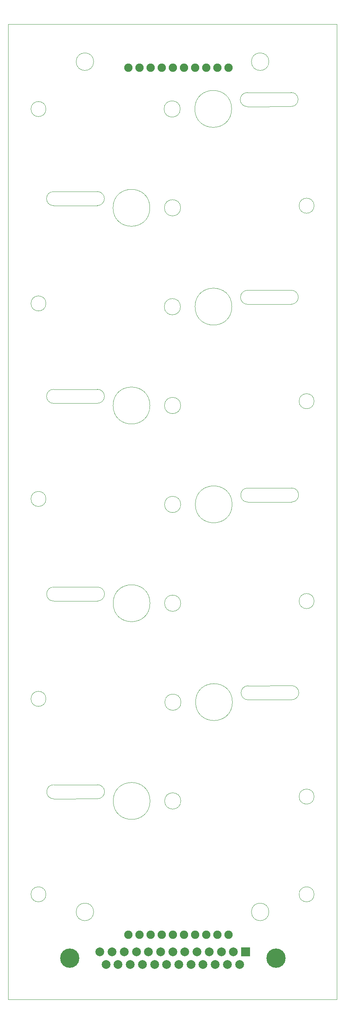
<source format=gbs>
%TF.GenerationSoftware,KiCad,Pcbnew,(2017-11-10 revision d8f4e35)-HEAD*%
%TF.CreationDate,2017-12-06T14:53:18-08:00*%
%TF.ProjectId,floor_pcb,666C6F6F725F7063622E6B696361645F,0.1*%
%TF.SameCoordinates,Original*%
%TF.FileFunction,Soldermask,Bot*%
%TF.FilePolarity,Negative*%
%FSLAX46Y46*%
G04 Gerber Fmt 4.6, Leading zero omitted, Abs format (unit mm)*
G04 Created by KiCad (PCBNEW (2017-11-10 revision d8f4e35)-HEAD) date Wed Dec  6 14:53:18 2017*
%MOMM*%
%LPD*%
G01*
G04 APERTURE LIST*
%ADD10C,0.001000*%
%ADD11C,4.400000*%
%ADD12C,2.000000*%
%ADD13R,2.000000X2.000000*%
%ADD14C,1.900000*%
G04 APERTURE END LIST*
D10*
X142115153Y-70245379D02*
G75*
G02X142108633Y-67045385I-3260J1599997D01*
G01*
X152108612Y-67025010D02*
G75*
G02X152115132Y-70225004I3260J-1599997D01*
G01*
X142057908Y-25235283D02*
X152057887Y-25214907D01*
X142051388Y-22035289D02*
X152051367Y-22014914D01*
X126762780Y-25774200D02*
G75*
G03X126762780Y-25774200I-1851780J0D01*
G01*
X138486470Y-25755190D02*
G75*
G03X138486470Y-25755190I-4200000J0D01*
G01*
X142057908Y-25235283D02*
G75*
G02X142051388Y-22035289I-3260J1599997D01*
G01*
X87500000Y-228507200D02*
X87500000Y-6507200D01*
X162500000Y-228507200D02*
X87500000Y-228507200D01*
X162500000Y-6507200D02*
X162500000Y-228507200D01*
X87500000Y-6507200D02*
X162500000Y-6507200D01*
X107891787Y-182789837D02*
X97891788Y-182794898D01*
X107890167Y-179589837D02*
X97890169Y-179594898D01*
X126891790Y-183285137D02*
G75*
G03X126891790Y-183285137I-1851780J0D01*
G01*
X119864522Y-183289976D02*
G75*
G03X119864522Y-183289976I-4200000J0D01*
G01*
X107890167Y-179589837D02*
G75*
G02X107891787Y-182789837I810J-1600000D01*
G01*
X138600959Y-115775383D02*
G75*
G03X138600959Y-115775383I-4200000J0D01*
G01*
X142172397Y-115255474D02*
G75*
G02X142165877Y-112055482I-3260J1599996D01*
G01*
X152165856Y-112035106D02*
G75*
G02X152172376Y-115235100I3260J-1599997D01*
G01*
X142115153Y-70245379D02*
X152115132Y-70225004D01*
X142108633Y-67045385D02*
X152108612Y-67025010D01*
X126820024Y-70784296D02*
G75*
G03X126820024Y-70784296I-1851780J0D01*
G01*
X138543714Y-70765287D02*
G75*
G03X138543714Y-70765287I-4200000J0D01*
G01*
X107848157Y-44572900D02*
X97848158Y-44577961D01*
X126849780Y-48268200D02*
G75*
G03X126849780Y-48268200I-1851780J0D01*
G01*
X119822512Y-48273038D02*
G75*
G03X119822512Y-48273038I-4200000J0D01*
G01*
X107848157Y-44572900D02*
G75*
G02X107849777Y-47772900I810J-1600000D01*
G01*
X97849778Y-47777961D02*
G75*
G02X97848158Y-44577961I-810J1600000D01*
G01*
X142229641Y-160265571D02*
X152229621Y-160245196D01*
X142223121Y-157065578D02*
X152223101Y-157045203D01*
X152051367Y-22014915D02*
G75*
G02X152057887Y-25214907I3260J-1599996D01*
G01*
X147000000Y-15007200D02*
G75*
G03X147000000Y-15007200I-2000000J0D01*
G01*
X107000000Y-15007200D02*
G75*
G03X107000000Y-15007200I-2000000J0D01*
G01*
X147000000Y-208542700D02*
G75*
G03X147000000Y-208542700I-2000000J0D01*
G01*
X107000000Y-208542700D02*
G75*
G03X107000000Y-208542700I-2000000J0D01*
G01*
X96114500Y-70043200D02*
G75*
G03X96114500Y-70043200I-1714500J0D01*
G01*
X96114500Y-25792200D02*
G75*
G03X96114500Y-25792200I-1714500J0D01*
G01*
X126934513Y-160804489D02*
G75*
G03X126934513Y-160804489I-1851780J0D01*
G01*
X138658203Y-160785479D02*
G75*
G03X138658203Y-160785479I-4200000J0D01*
G01*
X142229641Y-160265572D02*
G75*
G02X142223121Y-157065578I-3260J1599997D01*
G01*
X152223101Y-157045204D02*
G75*
G02X152229621Y-160245196I3260J-1599996D01*
G01*
X142172397Y-115255475D02*
X152172376Y-115235100D01*
X142165877Y-112055482D02*
X152165856Y-112035107D01*
X126877269Y-115794393D02*
G75*
G03X126877269Y-115794393I-1851780J0D01*
G01*
X157314501Y-204542700D02*
G75*
G03X157314501Y-204542700I-1714500J0D01*
G01*
X157314501Y-182292700D02*
G75*
G03X157314501Y-182292700I-1714500J0D01*
G01*
X157314501Y-137792701D02*
G75*
G03X157314501Y-137792701I-1714500J0D01*
G01*
X157314501Y-92292700D02*
G75*
G03X157314501Y-92292700I-1714500J0D01*
G01*
X157314501Y-47792701D02*
G75*
G03X157314501Y-47792701I-1714500J0D01*
G01*
X96114501Y-204542700D02*
G75*
G03X96114501Y-204542700I-1714500J0D01*
G01*
X96114501Y-160042701D02*
G75*
G03X96114501Y-160042701I-1714500J0D01*
G01*
X107863780Y-92778545D02*
X97863781Y-92783606D01*
X107862160Y-89578546D02*
X97862162Y-89583607D01*
X126863783Y-93273846D02*
G75*
G03X126863783Y-93273846I-1851780J0D01*
G01*
X119836515Y-93278684D02*
G75*
G03X119836515Y-93278684I-4200000J0D01*
G01*
X107862160Y-89578547D02*
G75*
G02X107863780Y-92778545I810J-1599999D01*
G01*
X97863782Y-92783607D02*
G75*
G02X97862162Y-89583607I-810J1600000D01*
G01*
X107849777Y-47772900D02*
X97849778Y-47777961D01*
X97891787Y-182794898D02*
G75*
G02X97890169Y-179594898I-809J1600000D01*
G01*
X107877783Y-137784191D02*
X97877785Y-137789252D01*
X107876164Y-134584192D02*
X97876165Y-134589253D01*
X126877787Y-138279492D02*
G75*
G03X126877787Y-138279492I-1851780J0D01*
G01*
X119850519Y-138284330D02*
G75*
G03X119850519Y-138284330I-4200000J0D01*
G01*
X107876165Y-134584191D02*
G75*
G02X107877783Y-137784191I809J-1600000D01*
G01*
X97877785Y-137789251D02*
G75*
G02X97876165Y-134589253I-810J1599999D01*
G01*
X96114501Y-114542700D02*
G75*
G03X96114501Y-114542700I-1714500J0D01*
G01*
D11*
%TO.C,J3*%
X101500000Y-219072501D03*
X148600000Y-219072501D03*
D12*
X109815000Y-220492501D03*
X112585000Y-220492501D03*
X115355000Y-220492501D03*
X118125000Y-220492501D03*
X120895000Y-220492501D03*
X123665000Y-220492501D03*
X126435000Y-220492501D03*
X129205000Y-220492501D03*
X131975000Y-220492501D03*
X134745000Y-220492501D03*
X137515000Y-220492501D03*
X140285000Y-220492501D03*
X108430000Y-217652501D03*
X111200000Y-217652501D03*
X113970000Y-217652501D03*
X116740000Y-217652501D03*
X119510000Y-217652501D03*
X122280000Y-217652501D03*
X125050000Y-217652501D03*
X127820000Y-217652501D03*
X130590000Y-217652501D03*
X133360000Y-217652501D03*
X136130000Y-217652501D03*
X138900000Y-217652501D03*
D13*
X141670000Y-217652501D03*
%TD*%
D14*
%TO.C,J2*%
X114890000Y-16385800D03*
X117430000Y-16385800D03*
X119970000Y-16385800D03*
X122510000Y-16385800D03*
X125050000Y-16385800D03*
X127590000Y-16385800D03*
X130130000Y-16385800D03*
X132670000Y-16385800D03*
X135210000Y-16385800D03*
X137750000Y-16385800D03*
%TD*%
%TO.C,J1*%
X137750000Y-213750000D03*
X135210000Y-213750000D03*
X132670000Y-213750000D03*
X130130000Y-213750000D03*
X127590000Y-213750000D03*
X125050000Y-213750000D03*
X122510000Y-213750000D03*
X119970000Y-213750000D03*
X117430000Y-213750000D03*
X114890000Y-213750000D03*
%TD*%
M02*

</source>
